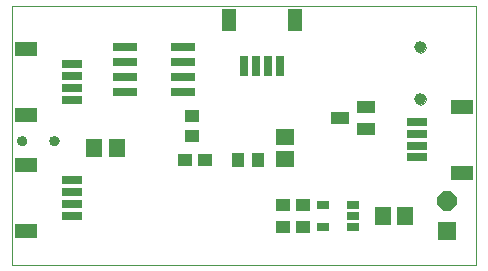
<source format=gbs>
G75*
%MOIN*%
%OFA0B0*%
%FSLAX24Y24*%
%IPPOS*%
%LPD*%
%AMOC8*
5,1,8,0,0,1.08239X$1,22.5*
%
%ADD10C,0.0000*%
%ADD11R,0.0473X0.0434*%
%ADD12C,0.0394*%
%ADD13R,0.0430X0.0312*%
%ADD14R,0.0591X0.0434*%
%ADD15R,0.0631X0.0552*%
%ADD16R,0.0552X0.0631*%
%ADD17R,0.0434X0.0473*%
%ADD18R,0.0276X0.0650*%
%ADD19R,0.0512X0.0749*%
%ADD20R,0.0820X0.0260*%
%ADD21R,0.0650X0.0276*%
%ADD22R,0.0749X0.0512*%
%ADD23R,0.0640X0.0640*%
%ADD24OC8,0.0640*%
%ADD25C,0.0335*%
D10*
X005150Y004018D02*
X005150Y012639D01*
X020645Y012639D01*
X020645Y004018D01*
X005150Y004018D01*
X005336Y008143D02*
X005338Y008167D01*
X005344Y008190D01*
X005353Y008212D01*
X005366Y008232D01*
X005381Y008250D01*
X005400Y008265D01*
X005421Y008277D01*
X005443Y008285D01*
X005466Y008290D01*
X005490Y008291D01*
X005514Y008288D01*
X005536Y008281D01*
X005558Y008271D01*
X005578Y008258D01*
X005595Y008241D01*
X005609Y008222D01*
X005620Y008201D01*
X005628Y008178D01*
X005632Y008155D01*
X005632Y008131D01*
X005628Y008108D01*
X005620Y008085D01*
X005609Y008064D01*
X005595Y008045D01*
X005578Y008028D01*
X005558Y008015D01*
X005536Y008005D01*
X005514Y007998D01*
X005490Y007995D01*
X005466Y007996D01*
X005443Y008001D01*
X005421Y008009D01*
X005400Y008021D01*
X005381Y008036D01*
X005366Y008054D01*
X005353Y008074D01*
X005344Y008096D01*
X005338Y008119D01*
X005336Y008143D01*
X006418Y008143D02*
X006420Y008167D01*
X006426Y008190D01*
X006435Y008212D01*
X006448Y008232D01*
X006463Y008250D01*
X006482Y008265D01*
X006503Y008277D01*
X006525Y008285D01*
X006548Y008290D01*
X006572Y008291D01*
X006596Y008288D01*
X006618Y008281D01*
X006640Y008271D01*
X006660Y008258D01*
X006677Y008241D01*
X006691Y008222D01*
X006702Y008201D01*
X006710Y008178D01*
X006714Y008155D01*
X006714Y008131D01*
X006710Y008108D01*
X006702Y008085D01*
X006691Y008064D01*
X006677Y008045D01*
X006660Y008028D01*
X006640Y008015D01*
X006618Y008005D01*
X006596Y007998D01*
X006572Y007995D01*
X006548Y007996D01*
X006525Y008001D01*
X006503Y008009D01*
X006482Y008021D01*
X006463Y008036D01*
X006448Y008054D01*
X006435Y008074D01*
X006426Y008096D01*
X006420Y008119D01*
X006418Y008143D01*
X018598Y009527D02*
X018600Y009553D01*
X018606Y009579D01*
X018616Y009604D01*
X018629Y009627D01*
X018645Y009647D01*
X018665Y009665D01*
X018687Y009680D01*
X018710Y009692D01*
X018736Y009700D01*
X018762Y009704D01*
X018788Y009704D01*
X018814Y009700D01*
X018840Y009692D01*
X018864Y009680D01*
X018885Y009665D01*
X018905Y009647D01*
X018921Y009627D01*
X018934Y009604D01*
X018944Y009579D01*
X018950Y009553D01*
X018952Y009527D01*
X018950Y009501D01*
X018944Y009475D01*
X018934Y009450D01*
X018921Y009427D01*
X018905Y009407D01*
X018885Y009389D01*
X018863Y009374D01*
X018840Y009362D01*
X018814Y009354D01*
X018788Y009350D01*
X018762Y009350D01*
X018736Y009354D01*
X018710Y009362D01*
X018686Y009374D01*
X018665Y009389D01*
X018645Y009407D01*
X018629Y009427D01*
X018616Y009450D01*
X018606Y009475D01*
X018600Y009501D01*
X018598Y009527D01*
X018598Y011259D02*
X018600Y011285D01*
X018606Y011311D01*
X018616Y011336D01*
X018629Y011359D01*
X018645Y011379D01*
X018665Y011397D01*
X018687Y011412D01*
X018710Y011424D01*
X018736Y011432D01*
X018762Y011436D01*
X018788Y011436D01*
X018814Y011432D01*
X018840Y011424D01*
X018864Y011412D01*
X018885Y011397D01*
X018905Y011379D01*
X018921Y011359D01*
X018934Y011336D01*
X018944Y011311D01*
X018950Y011285D01*
X018952Y011259D01*
X018950Y011233D01*
X018944Y011207D01*
X018934Y011182D01*
X018921Y011159D01*
X018905Y011139D01*
X018885Y011121D01*
X018863Y011106D01*
X018840Y011094D01*
X018814Y011086D01*
X018788Y011082D01*
X018762Y011082D01*
X018736Y011086D01*
X018710Y011094D01*
X018686Y011106D01*
X018665Y011121D01*
X018645Y011139D01*
X018629Y011159D01*
X018616Y011182D01*
X018606Y011207D01*
X018600Y011233D01*
X018598Y011259D01*
D11*
X011610Y007518D03*
X010940Y007518D03*
X011150Y008309D03*
X011150Y008978D03*
X014190Y006018D03*
X014860Y006018D03*
X014860Y005268D03*
X014190Y005268D03*
D12*
X018775Y009527D03*
X018775Y011259D03*
D13*
X016537Y006017D03*
X016537Y005643D03*
X016537Y005269D03*
X015513Y005269D03*
X015513Y006017D03*
D14*
X016958Y008519D03*
X016092Y008893D03*
X016958Y009267D03*
D15*
X014275Y008267D03*
X014275Y007519D03*
D16*
X017526Y005643D03*
X018274Y005643D03*
X008649Y007893D03*
X007901Y007893D03*
D17*
X012690Y007518D03*
X013360Y007518D03*
D18*
X013294Y010643D03*
X013687Y010643D03*
X014081Y010643D03*
X012900Y010643D03*
D19*
X012388Y012169D03*
X014593Y012169D03*
D20*
X010870Y011268D03*
X010870Y010768D03*
X010870Y010268D03*
X010870Y009768D03*
X008930Y009768D03*
X008930Y010268D03*
X008930Y010768D03*
X008930Y011268D03*
D21*
X007150Y010699D03*
X007150Y010306D03*
X007150Y009912D03*
X007150Y009518D03*
X007150Y006824D03*
X007150Y006431D03*
X007150Y006037D03*
X007150Y005643D03*
X018650Y007587D03*
X018650Y007981D03*
X018650Y008375D03*
X018650Y008768D03*
D22*
X020176Y009280D03*
X020176Y007075D03*
X005624Y007336D03*
X005624Y009006D03*
X005624Y011211D03*
X005624Y005131D03*
D23*
X019650Y005143D03*
D24*
X019650Y006143D03*
D25*
X006566Y008143D03*
X005484Y008143D03*
M02*

</source>
